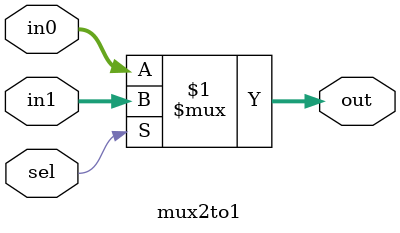
<source format=v>
module mux2to1 (
    input [31:0] in0,
    input [31:0] in1,
    input sel,
    output [31:0] out
);

    assign out = sel ? in1 : in0; 

endmodule
</source>
